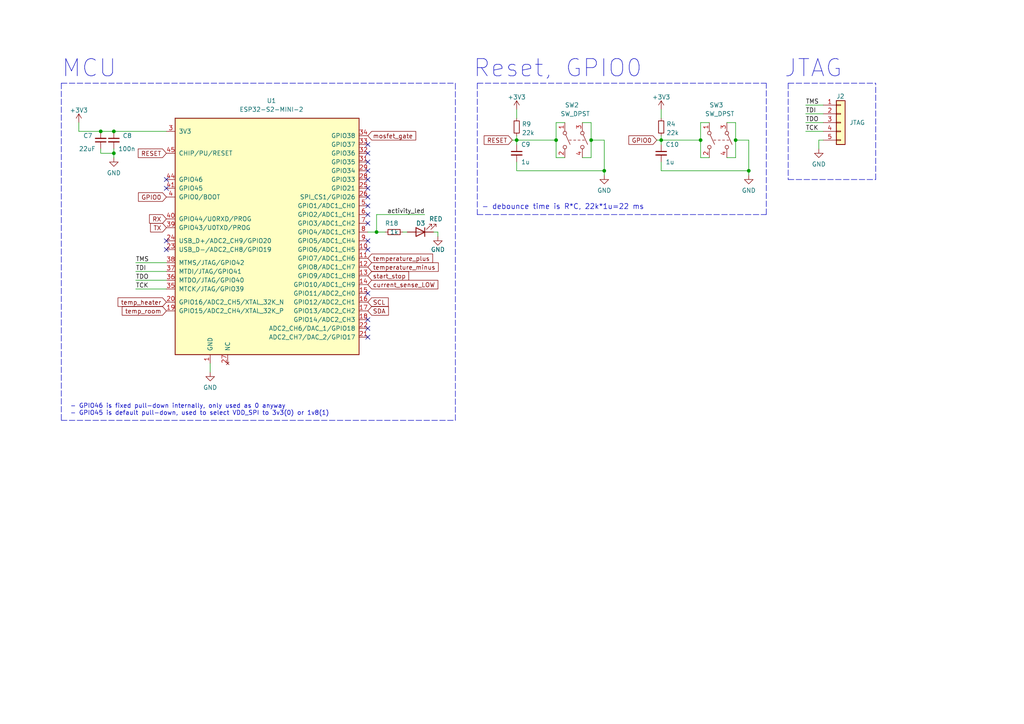
<source format=kicad_sch>
(kicad_sch (version 20211123) (generator eeschema)
  (paper "A4")
  (lib_symbols
    (symbol "Connector_Generic:Conn_01x05" (pin_names (offset 1.016) hide)
      (property "Reference" "J" (at 0 7.62 0))
      (property "Value" "Conn_01x05" (at 0 -7.62 0))
      (symbol "Conn_01x05_1_1"
        (rectangle (start -1.27 -4.953) (end 0 -5.207) (stroke (width 0.1524)))
        (rectangle (start -1.27 -2.413) (end 0 -2.667) (stroke (width 0.1524)))
        (rectangle (start -1.27 0.127) (end 0 -0.127) (stroke (width 0.1524)))
        (rectangle (start -1.27 2.667) (end 0 2.413) (stroke (width 0.1524)))
        (rectangle (start -1.27 5.207) (end 0 4.953) (stroke (width 0.1524)))
        (rectangle (start -1.27 6.35) (end 1.27 -6.35) (stroke (width 0.254)) (fill (type background)))
        (pin passive line (at -5.08 5.08 0) (length 3.81) (name "Pin_1") (number "1"))
        (pin passive line (at -5.08 2.54 0) (length 3.81) (name "Pin_2") (number "2"))
        (pin passive line (at -5.08 0 0) (length 3.81) (name "Pin_3") (number "3"))
        (pin passive line (at -5.08 -2.54 0) (length 3.81) (name "Pin_4") (number "4"))
        (pin passive line (at -5.08 -5.08 0) (length 3.81) (name "Pin_5") (number "5"))
      )
    )
    (symbol "Device:C_Small" (pin_numbers hide) (pin_names (offset 0.254) hide)
      (property "Reference" "C" (at 0.254 1.778 0))
      (property "Value" "C_Small" (at 0.254 -2.032 0))
      (symbol "C_Small_0_1"
        (polyline (pts (xy -1.524 -0.508) (xy 1.524 -0.508)) (stroke (width 0.3302)))
        (polyline (pts (xy -1.524 0.508) (xy 1.524 0.508)) (stroke (width 0.3048)))
      )
      (symbol "C_Small_1_1"
        (pin passive line (at 0 2.54 270) (length 2.032) (name "~") (number "1"))
        (pin passive line (at 0 -2.54 90) (length 2.032) (name "~") (number "2"))
      )
    )
    (symbol "Device:LED" (pin_numbers hide) (pin_names (offset 1.016) hide)
      (property "Reference" "D" (at 0 2.54 0))
      (property "Value" "LED" (at 0 -2.54 0))
      (symbol "LED_0_1"
        (polyline (pts (xy -1.27 -1.27) (xy -1.27 1.27)) (stroke (width 0.254)))
        (polyline (pts (xy -1.27 0) (xy 1.27 0)))
        (polyline (pts (xy 1.27 -1.27) (xy 1.27 1.27) (xy -1.27 0) (xy 1.27 -1.27)) (stroke (width 0.254)))
        (polyline (pts (xy -3.048 -0.762) (xy -4.572 -2.286) (xy -3.81 -2.286) (xy -4.572 -2.286) (xy -4.572 -1.524)))
        (polyline (pts (xy -1.778 -0.762) (xy -3.302 -2.286) (xy -2.54 -2.286) (xy -3.302 -2.286) (xy -3.302 -1.524)))
      )
      (symbol "LED_1_1"
        (pin passive line (at -3.81 0 0) (length 2.54) (name "K") (number "1"))
        (pin passive line (at 3.81 0 180) (length 2.54) (name "A") (number "2"))
      )
    )
    (symbol "Device:R_Small" (pin_numbers hide) (pin_names (offset 0.254) hide)
      (property "Reference" "R" (at 0.762 0.508 0))
      (property "Value" "R_Small" (at 0.762 -1.016 0))
      (symbol "R_Small_0_1"
        (rectangle (start -0.762 1.778) (end 0.762 -1.778) (stroke (width 0.2032)))
      )
      (symbol "R_Small_1_1"
        (pin passive line (at 0 2.54 270) (length 0.762) (name "~") (number "1"))
        (pin passive line (at 0 -2.54 90) (length 0.762) (name "~") (number "2"))
      )
    )
    (symbol "Espressif:ESP32-S2-MINI-1" (pin_names (offset 1.016))
      (property "Reference" "U" (at -10.16 38.1 0))
      (property "Value" "ESP32-S2-MINI-1" (at -10.16 35.56 0))
      (symbol "ESP32-S2-MINI-1_0_0"
        (pin power_in line (at -19.05 -36.83 90) (length 2.54) (name "GND") (number "1"))
        (pin passive line (at -19.05 -36.83 90) (length 2.54) hide (name "GND") (number "43"))
        (pin input line (at -31.75 16.51 0) (length 2.54) (name "GPIO46") (number "44"))
        (pin bidirectional line (at -31.75 24.13 0) (length 2.54) (name "CHIP/PU/RESET") (number "45"))
        (pin passive line (at -19.05 -36.83 90) (length 2.54) hide (name "GND") (number "46"))
        (pin passive line (at -19.05 -36.83 90) (length 2.54) hide (name "GND") (number "47"))
        (pin passive line (at -19.05 -36.83 90) (length 2.54) hide (name "GND") (number "48"))
        (pin passive line (at -19.05 -36.83 90) (length 2.54) hide (name "GND") (number "49"))
        (pin passive line (at -19.05 -36.83 90) (length 2.54) hide (name "GND") (number "50"))
        (pin passive line (at -19.05 -36.83 90) (length 2.54) hide (name "GND") (number "51"))
        (pin passive line (at -19.05 -36.83 90) (length 2.54) hide (name "GND") (number "52"))
        (pin passive line (at -19.05 -36.83 90) (length 2.54) hide (name "GND") (number "53"))
        (pin passive line (at -19.05 -36.83 90) (length 2.54) hide (name "GND") (number "54"))
        (pin passive line (at -19.05 -36.83 90) (length 2.54) hide (name "GND") (number "55"))
        (pin passive line (at -19.05 -36.83 90) (length 2.54) hide (name "GND") (number "56"))
        (pin passive line (at -19.05 -36.83 90) (length 2.54) hide (name "GND") (number "57"))
        (pin passive line (at -19.05 -36.83 90) (length 2.54) hide (name "GND") (number "58"))
        (pin passive line (at -19.05 -36.83 90) (length 2.54) hide (name "GND") (number "59"))
        (pin passive line (at -19.05 -36.83 90) (length 2.54) hide (name "GND") (number "60"))
        (pin passive line (at -19.05 -36.83 90) (length 2.54) hide (name "GND") (number "61"))
        (pin passive line (at -19.05 -36.83 90) (length 2.54) hide (name "GND") (number "62"))
        (pin passive line (at -19.05 -36.83 90) (length 2.54) hide (name "GND") (number "63"))
        (pin passive line (at -19.05 -36.83 90) (length 2.54) hide (name "GND") (number "64"))
        (pin passive line (at -19.05 -36.83 90) (length 2.54) hide (name "GND") (number "65"))
      )
      (symbol "ESP32-S2-MINI-1_1_1"
        (rectangle (start -29.21 34.29) (end 24.13 -34.29) (stroke (width 0.254)) (fill (type background)))
        (pin bidirectional line (at 26.67 -3.81 180) (length 2.54) (name "GPIO6/ADC1_CH5") (number "10"))
        (pin bidirectional line (at 26.67 -6.35 180) (length 2.54) (name "GPIO7/ADC1_CH6") (number "11"))
        (pin bidirectional line (at 26.67 -8.89 180) (length 2.54) (name "GPIO8/ADC1_CH7") (number "12"))
        (pin bidirectional line (at 26.67 -11.43 180) (length 2.54) (name "GPIO9/ADC1_CH8") (number "13"))
        (pin bidirectional line (at 26.67 -13.97 180) (length 2.54) (name "GPIO10/ADC1_CH9") (number "14"))
        (pin bidirectional line (at 26.67 -16.51 180) (length 2.54) (name "GPIO11/ADC2_CH0") (number "15"))
        (pin bidirectional line (at 26.67 -19.05 180) (length 2.54) (name "GPIO12/ADC2_CH1") (number "16"))
        (pin bidirectional line (at 26.67 -21.59 180) (length 2.54) (name "GPIO13/ADC2_CH2") (number "17"))
        (pin bidirectional line (at 26.67 -24.13 180) (length 2.54) (name "GPIO14/ADC2_CH3") (number "18"))
        (pin bidirectional line (at -31.75 -21.59 0) (length 2.54) (name "GPIO15/ADC2_CH4/XTAL_32K_P") (number "19"))
        (pin passive line (at -19.05 -36.83 90) (length 2.54) hide (name "GND") (number "2"))
        (pin bidirectional line (at -31.75 -19.05 0) (length 2.54) (name "GPIO16/ADC2_CH5/XTAL_32K_N") (number "20"))
        (pin bidirectional line (at 26.67 -29.21 180) (length 2.54) (name "ADC2_CH7/DAC_2/GPIO17") (number "21"))
        (pin bidirectional line (at 26.67 -26.67 180) (length 2.54) (name "ADC2_CH6/DAC_1/GPIO18") (number "22"))
        (pin bidirectional line (at -31.75 -3.81 0) (length 2.54) (name "USB_D-/ADC2_CH8/GPIO19") (number "23"))
        (pin bidirectional line (at -31.75 -1.27 0) (length 2.54) (name "USB_D+/ADC2_CH9/GPIO20") (number "24"))
        (pin bidirectional line (at 26.67 13.97 180) (length 2.54) (name "GPIO21") (number "25"))
        (pin bidirectional line (at 26.67 11.43 180) (length 2.54) (name "SPI_CS1/GPIO26") (number "26"))
        (pin no_connect line (at -13.97 -36.83 90) (length 2.54) (name "NC") (number "27"))
        (pin bidirectional line (at 26.67 16.51 180) (length 2.54) (name "GPIO33") (number "28"))
        (pin bidirectional line (at 26.67 19.05 180) (length 2.54) (name "GPIO34") (number "29"))
        (pin power_in line (at -31.75 30.48 0) (length 2.54) (name "3V3") (number "3"))
        (pin passive line (at -19.05 -36.83 90) (length 2.54) hide (name "GND") (number "30"))
        (pin bidirectional line (at 26.67 21.59 180) (length 2.54) (name "GPIO35") (number "31"))
        (pin bidirectional line (at 26.67 24.13 180) (length 2.54) (name "GPIO36") (number "32"))
        (pin bidirectional line (at 26.67 26.67 180) (length 2.54) (name "GPIO37") (number "33"))
        (pin bidirectional line (at 26.67 29.21 180) (length 2.54) (name "GPIO38") (number "34"))
        (pin bidirectional line (at -31.75 -15.24 0) (length 2.54) (name "MTCK/JTAG/GPIO39") (number "35"))
        (pin bidirectional line (at -31.75 -12.7 0) (length 2.54) (name "MTDO/JTAG/GPIO40") (number "36"))
        (pin bidirectional line (at -31.75 -10.16 0) (length 2.54) (name "MTDI/JTAG/GPIO41") (number "37"))
        (pin bidirectional line (at -31.75 -7.62 0) (length 2.54) (name "MTMS/JTAG/GPIO42") (number "38"))
        (pin bidirectional line (at -31.75 2.54 0) (length 2.54) (name "GPIO43/U0TXD/PROG") (number "39"))
        (pin bidirectional line (at -31.75 11.43 0) (length 2.54) (name "GPIO0/BOOT") (number "4"))
        (pin bidirectional line (at -31.75 5.08 0) (length 2.54) (name "GPIO44/U0RXD/PROG") (number "40"))
        (pin bidirectional line (at -31.75 13.97 0) (length 2.54) (name "GPIO45") (number "41"))
        (pin passive line (at -19.05 -36.83 90) (length 2.54) hide (name "GND") (number "42"))
        (pin bidirectional line (at 26.67 8.89 180) (length 2.54) (name "GPIO1/ADC1_CH0") (number "5"))
        (pin bidirectional line (at 26.67 6.35 180) (length 2.54) (name "GPIO2/ADC1_CH1") (number "6"))
        (pin bidirectional line (at 26.67 3.81 180) (length 2.54) (name "GPIO3/ADC1_CH2") (number "7"))
        (pin bidirectional line (at 26.67 1.27 180) (length 2.54) (name "GPIO4/ADC1_CH3") (number "8"))
        (pin bidirectional line (at 26.67 -1.27 180) (length 2.54) (name "GPIO5/ADC1_CH4") (number "9"))
      )
    )
    (symbol "Switch:SW_DPST" (pin_names (offset 0) hide)
      (property "Reference" "SW" (at 0 5.08 0))
      (property "Value" "SW_DPST" (at 0 -5.08 0))
      (symbol "SW_DPST_0_0"
        (circle (center -2.032 -2.54) (radius 0.508))
        (circle (center -2.032 2.54) (radius 0.508))
        (polyline (pts (xy -1.524 -2.286) (xy 1.27 -1.016)))
        (polyline (pts (xy -1.524 2.794) (xy 1.27 4.064)))
        (polyline (pts (xy 0 -1.27) (xy 0 -0.635)))
        (polyline (pts (xy 0 0) (xy 0 0.635)))
        (polyline (pts (xy 0 1.27) (xy 0 1.905)))
        (polyline (pts (xy 0 2.54) (xy 0 3.175)))
        (circle (center 2.032 -2.54) (radius 0.508))
        (circle (center 2.032 2.54) (radius 0.508))
      )
      (symbol "SW_DPST_1_1"
        (pin passive line (at -5.08 -2.54 0) (length 2.54) (name "1") (number "1"))
        (pin passive line (at 5.08 -2.54 180) (length 2.54) (name "2") (number "2"))
        (pin passive line (at -5.08 2.54 0) (length 2.54) (name "3") (number "3"))
        (pin passive line (at 5.08 2.54 180) (length 2.54) (name "4") (number "4"))
      )
    )
    (symbol "power:+3.3V" (power) (pin_names (offset 0))
      (property "Value" "+3.3V" (at 0 3.556 0))
      (symbol "+3.3V_0_1"
        (polyline (pts (xy -0.762 1.27) (xy 0 2.54)))
        (polyline (pts (xy 0 0) (xy 0 2.54)))
        (polyline (pts (xy 0 2.54) (xy 0.762 1.27)))
      )
      (symbol "+3.3V_1_1"
        (pin power_in line (at 0 0 90) (length 0) hide (name "+3V3") (number "1"))
      )
    )
    (symbol "power:GND" (power) (pin_names (offset 0))
      (property "Value" "GND" (at 0 -3.81 0))
      (symbol "GND_0_1"
        (polyline (pts (xy 0 0) (xy 0 -1.27) (xy 1.27 -1.27) (xy 0 -2.54) (xy -1.27 -1.27) (xy 0 -1.27)))
      )
      (symbol "GND_1_1"
        (pin power_in line (at 0 0 270) (length 0) hide (name "GND") (number "1"))
      )
    )
  )
  (junction (at 161.29 40.64))
  (junction (at 149.86 40.64))
  (junction (at 109.22 67.31))
  (junction (at 33.02 44.45))
  (junction (at 33.02 38.1))
  (junction (at 203.2 40.64))
  (junction (at 175.26 49.53))
  (junction (at 171.45 40.64))
  (junction (at 213.36 40.64))
  (junction (at 217.17 49.53))
  (junction (at 191.77 40.64))
  (junction (at 29.21 38.1))
  (no_connect (at 106.68 59.69))
  (no_connect (at 106.68 54.61))
  (no_connect (at 106.68 69.85))
  (no_connect (at 48.26 54.61))
  (no_connect (at 48.26 52.07))
  (no_connect (at 48.26 69.85))
  (no_connect (at 106.68 64.77))
  (no_connect (at 106.68 85.09))
  (no_connect (at 106.68 52.07))
  (no_connect (at 106.68 41.91))
  (no_connect (at 106.68 44.45))
  (no_connect (at 106.68 97.79))
  (no_connect (at 106.68 72.39))
  (no_connect (at 48.26 72.39))
  (no_connect (at 106.68 95.25))
  (no_connect (at 106.68 92.71))
  (no_connect (at 106.68 49.53))
  (no_connect (at 106.68 46.99))
  (no_connect (at 106.68 57.15))
  (no_connect (at 106.68 62.23))
  (wire (pts (xy 60.96 105.41) (xy 60.96 107.95)))
  (wire (pts (xy 116.84 67.31) (xy 118.11 67.31)))
  (wire (pts (xy 238.76 38.1) (xy 233.68 38.1)))
  (wire (pts (xy 175.26 40.64) (xy 175.26 49.53)))
  (wire (pts (xy 191.77 40.64) (xy 191.77 41.91)))
  (polyline (pts (xy 228.6 24.13) (xy 254 24.13)))
  (wire (pts (xy 33.02 44.45) (xy 33.02 45.72)))
  (wire (pts (xy 203.2 40.64) (xy 203.2 45.72)))
  (wire (pts (xy 149.86 40.64) (xy 149.86 41.91)))
  (wire (pts (xy 238.76 40.64) (xy 237.49 40.64)))
  (wire (pts (xy 39.37 81.28) (xy 48.26 81.28)))
  (wire (pts (xy 210.82 35.56) (xy 213.36 35.56)))
  (polyline (pts (xy 17.78 121.92) (xy 132.08 121.92)))
  (wire (pts (xy 149.86 31.75) (xy 149.86 34.29)))
  (wire (pts (xy 161.29 40.64) (xy 161.29 45.72)))
  (wire (pts (xy 33.02 38.1) (xy 29.21 38.1)))
  (wire (pts (xy 127 67.31) (xy 127 68.58)))
  (polyline (pts (xy 132.08 121.92) (xy 132.08 24.13)))
  (wire (pts (xy 213.36 35.56) (xy 213.36 40.64)))
  (wire (pts (xy 29.21 43.18) (xy 29.21 44.45)))
  (wire (pts (xy 29.21 38.1) (xy 22.86 38.1)))
  (wire (pts (xy 175.26 50.8) (xy 175.26 49.53)))
  (wire (pts (xy 217.17 50.8) (xy 217.17 49.53)))
  (wire (pts (xy 149.86 39.37) (xy 149.86 40.64)))
  (wire (pts (xy 237.49 40.64) (xy 237.49 43.18)))
  (polyline (pts (xy 254 52.07) (xy 254 24.13)))
  (wire (pts (xy 171.45 35.56) (xy 171.45 40.64)))
  (wire (pts (xy 233.68 30.48) (xy 238.76 30.48)))
  (wire (pts (xy 109.22 62.23) (xy 123.19 62.23)))
  (polyline (pts (xy 138.43 24.13) (xy 222.25 24.13)))
  (polyline (pts (xy 17.78 24.13) (xy 132.08 24.13)))
  (polyline (pts (xy 138.43 24.13) (xy 138.43 62.23)))
  (wire (pts (xy 33.02 43.18) (xy 33.02 44.45)))
  (wire (pts (xy 210.82 45.72) (xy 213.36 45.72)))
  (wire (pts (xy 168.91 45.72) (xy 171.45 45.72)))
  (wire (pts (xy 106.68 67.31) (xy 109.22 67.31)))
  (wire (pts (xy 149.86 46.99) (xy 149.86 49.53)))
  (wire (pts (xy 39.37 83.82) (xy 48.26 83.82)))
  (wire (pts (xy 171.45 40.64) (xy 175.26 40.64)))
  (wire (pts (xy 238.76 33.02) (xy 233.68 33.02)))
  (wire (pts (xy 168.91 35.56) (xy 171.45 35.56)))
  (wire (pts (xy 171.45 40.64) (xy 171.45 45.72)))
  (wire (pts (xy 191.77 49.53) (xy 217.17 49.53)))
  (wire (pts (xy 109.22 67.31) (xy 109.22 62.23)))
  (polyline (pts (xy 228.6 52.07) (xy 254 52.07)))
  (wire (pts (xy 149.86 40.64) (xy 161.29 40.64)))
  (wire (pts (xy 238.76 35.56) (xy 233.68 35.56)))
  (wire (pts (xy 205.74 35.56) (xy 203.2 35.56)))
  (wire (pts (xy 190.5 40.64) (xy 191.77 40.64)))
  (polyline (pts (xy 222.25 62.23) (xy 222.25 24.13)))
  (wire (pts (xy 149.86 49.53) (xy 175.26 49.53)))
  (wire (pts (xy 39.37 76.2) (xy 48.26 76.2)))
  (wire (pts (xy 217.17 40.64) (xy 217.17 49.53)))
  (wire (pts (xy 203.2 35.56) (xy 203.2 40.64)))
  (wire (pts (xy 163.83 45.72) (xy 161.29 45.72)))
  (wire (pts (xy 39.37 78.74) (xy 48.26 78.74)))
  (wire (pts (xy 213.36 40.64) (xy 217.17 40.64)))
  (wire (pts (xy 109.22 67.31) (xy 111.76 67.31)))
  (wire (pts (xy 191.77 40.64) (xy 203.2 40.64)))
  (wire (pts (xy 191.77 39.37) (xy 191.77 40.64)))
  (wire (pts (xy 48.26 38.1) (xy 33.02 38.1)))
  (wire (pts (xy 148.59 40.64) (xy 149.86 40.64)))
  (wire (pts (xy 191.77 46.99) (xy 191.77 49.53)))
  (wire (pts (xy 163.83 35.56) (xy 161.29 35.56)))
  (wire (pts (xy 22.86 35.56) (xy 22.86 38.1)))
  (wire (pts (xy 125.73 67.31) (xy 127 67.31)))
  (wire (pts (xy 205.74 45.72) (xy 203.2 45.72)))
  (wire (pts (xy 29.21 44.45) (xy 33.02 44.45)))
  (polyline (pts (xy 228.6 24.13) (xy 228.6 52.07)))
  (polyline (pts (xy 138.43 62.23) (xy 222.25 62.23)))
  (wire (pts (xy 191.77 31.75) (xy 191.77 34.29)))
  (wire (pts (xy 213.36 40.64) (xy 213.36 45.72)))
  (wire (pts (xy 161.29 35.56) (xy 161.29 40.64)))
  (polyline (pts (xy 17.78 24.13) (xy 17.78 121.92)))
  (text "Reset, GPIO0" (at 137.16 22.86 0) (effects (font (size 5 5)) (justify left bottom)))
  (text "JTAG" (at 227.33 22.86 0) (effects (font (size 5 5)) (justify left bottom)))
  (text "- debounce time is R*C, 22k*1u=22 ms" (at 139.7 60.96 0) (effects (font (size 1.5 1.5)) (justify left bottom)))
  (text "- GPIO46 is fixed pull-down internally, only used as 0 anyway\n- GPIO45 is default pull-down, used to select VDD_SPI to 3v3(0) or 1v8(1)" (at 20.32 120.65 0) (effects (font (size 1.27 1.27)) (justify left bottom)))
  (text "MCU" (at 17.78 22.86 0) (effects (font (size 5 5)) (justify left bottom)))
  (label "activity_led" (at 123.19 62.23 180))
  (label "TDI" (at 233.68 33.02 0))
  (label "TCK" (at 39.37 83.82 0))
  (label "TDO" (at 233.68 35.56 0))
  (label "TDI" (at 39.37 78.74 0))
  (label "TMS" (at 39.37 76.2 0))
  (label "TDO" (at 39.37 81.28 0))
  (label "TMS" (at 233.68 30.48 0))
  (label "TCK" (at 233.68 38.1 0))
  (global_label "GPIO0" (shape input) (at 190.5 40.64 180) (property "Intersheet References" "${INTERSHEET_REFS}" (effects hide)))
  (global_label "RX" (shape input) (at 48.26 63.5 180) (property "Intersheet References" "${INTERSHEET_REFS}" (effects hide)))
  (global_label "GPIO0" (shape input) (at 48.26 57.15 180) (property "Intersheet References" "${INTERSHEET_REFS}" (effects hide)))
  (global_label "RESET" (shape input) (at 148.59 40.64 180) (property "Intersheet References" "${INTERSHEET_REFS}" (effects hide)))
  (global_label "SDA" (shape input) (at 106.68 90.17 0) (property "Intersheet References" "${INTERSHEET_REFS}" (effects hide)))
  (global_label "RESET" (shape input) (at 48.26 44.45 180) (property "Intersheet References" "${INTERSHEET_REFS}" (effects hide)))
  (global_label "mosfet_gate" (shape input) (at 106.68 39.37 0) (property "Intersheet References" "${INTERSHEET_REFS}" (effects hide)))
  (global_label "current_sense_LOW" (shape input) (at 106.68 82.55 0) (property "Intersheet References" "${INTERSHEET_REFS}" (effects hide)))
  (global_label "temperature_plus" (shape input) (at 106.68 74.93 0) (property "Intersheet References" "${INTERSHEET_REFS}" (effects hide)))
  (global_label "temp_heater" (shape input) (at 48.26 87.63 180) (property "Intersheet References" "${INTERSHEET_REFS}" (effects hide)))
  (global_label "temp_room" (shape input) (at 48.26 90.17 180) (property "Intersheet References" "${INTERSHEET_REFS}" (effects hide)))
  (global_label "TX" (shape input) (at 48.26 66.04 180) (property "Intersheet References" "${INTERSHEET_REFS}" (effects hide)))
  (global_label "start_stop" (shape input) (at 106.68 80.01 0) (property "Intersheet References" "${INTERSHEET_REFS}" (effects hide)))
  (global_label "temperature_minus" (shape input) (at 106.68 77.47 0) (property "Intersheet References" "${INTERSHEET_REFS}" (effects hide)))
  (global_label "SCL" (shape input) (at 106.68 87.63 0) (property "Intersheet References" "${INTERSHEET_REFS}" (effects hide)))
  (symbol (lib_id "power:GND") (at 127 68.58 0) (unit 1)
    (property "Reference" "#PWR0124" (effects hide))
    (property "Value" "GND" (at 127 72.39 0))
  )
  (symbol (lib_id "power:GND") (at 33.02 45.72 0) (unit 1)
    (property "Reference" "#PWR0112" (effects hide))
    (property "Value" "GND" (at 33.02 50.1634 0))
  )
  (symbol (lib_id "Espressif:ESP32-S2-MINI-1") (at 80.01 68.58 0) (unit 1)
    (property "Reference" "U1" (at 78.74 29.2131 0))
    (property "Value" "ESP32-S2-MINI-2" (at 78.74 31.75 0))
    (property "Footprint" "Espressif:ESP32-S2-MINI-1" (effects hide))
    (property "Datasheet" "https://www.espressif.com/sites/default/files/documentation/esp32-s2-mini-1_esp32-s2-mini-1u_datasheet_en.pdf" (effects hide))
  )
  (symbol (lib_id "power:GND") (at 217.17 50.8 0) (unit 1)
    (property "Reference" "#PWR0110" (effects hide))
    (property "Value" "GND" (at 217.17 55.2434 0))
  )
  (symbol (lib_id "power:+3.3V") (at 191.77 31.75 0) (unit 1)
    (property "Reference" "#PWR0109" (effects hide))
    (property "Value" "+3.3V" (at 191.77 28.1742 0))
  )
  (symbol (lib_id "Switch:SW_DPST") (at 166.37 40.64 270) (unit 1)
    (property "Reference" "SW2" (at 163.83 30.48 90) (effects (justify left)))
    (property "Value" "SW_DPST" (at 162.56 33.02 90) (effects (justify left)))
    (property "Footprint" "SKRPACE010:SW_SKRPACE010" (effects hide))
  )
  (symbol (lib_id "Switch:SW_DPST") (at 208.28 40.64 270) (unit 1)
    (property "Reference" "SW3" (at 205.74 30.48 90) (effects (justify left)))
    (property "Value" "SW_DPST" (at 204.47 33.02 90) (effects (justify left)))
    (property "Footprint" "SKRPACE010:SW_SKRPACE010" (effects hide))
  )
  (symbol (lib_id "Connector_Generic:Conn_01x05") (at 243.84 35.56 0) (unit 1)
    (property "Reference" "J2" (at 242.57 27.94 0) (effects (justify left)))
    (property "Value" "JTAG" (at 246.38 35.56 0) (effects (justify left)))
    (property "Footprint" "Connector_PinHeader_2.54mm:PinHeader_1x05_P2.54mm_Vertical" (effects hide))
  )
  (symbol (lib_id "power:GND") (at 60.96 107.95 0) (unit 1)
    (property "Reference" "#PWR0111" (effects hide))
    (property "Value" "GND" (at 60.96 112.3934 0))
  )
  (symbol (lib_id "Device:R_Small") (at 149.86 36.83 0) (unit 1)
    (property "Reference" "R9" (at 151.3586 35.9953 0) (effects (justify left)))
    (property "Value" "22k" (at 151.3586 38.5322 0) (effects (justify left)))
    (property "Footprint" "Resistor_SMD:R_0603_1608Metric" (effects hide))
  )
  (symbol (lib_id "Device:R_Small") (at 191.77 36.83 0) (unit 1)
    (property "Reference" "R4" (at 193.2686 35.9953 0) (effects (justify left)))
    (property "Value" "22k" (at 193.2686 38.5322 0) (effects (justify left)))
    (property "Footprint" "Resistor_SMD:R_0603_1608Metric" (effects hide))
  )
  (symbol (lib_id "Device:R_Small") (at 114.3 67.31 90) (unit 1)
    (property "Reference" "R18" (at 115.57 64.77 90) (effects (justify left)))
    (property "Value" "1k" (at 115.57 67.31 90) (effects (justify left)))
    (property "Footprint" "Resistor_SMD:R_0603_1608Metric" (effects hide))
  )
  (symbol (lib_id "Device:C_Small") (at 33.02 40.64 0) (unit 1)
    (property "Reference" "C8" (at 35.56 39.37 0) (effects (justify left)))
    (property "Value" "100n" (at 34.29 43.18 0) (effects (justify left)))
    (property "Footprint" "Capacitor_SMD:C_0603_1608Metric" (effects hide))
  )
  (symbol (lib_id "Device:C_Small") (at 191.77 44.45 0) (unit 1)
    (property "Reference" "C10" (at 193.04 41.91 0) (effects (justify left)))
    (property "Value" "1u" (at 193.04 46.99 0) (effects (justify left)))
    (property "Footprint" "Capacitor_SMD:C_0603_1608Metric" (effects hide))
  )
  (symbol (lib_id "Device:LED") (at 121.92 67.31 180) (unit 1)
    (property "Reference" "D3" (at 120.65 64.77 0) (effects (justify right)))
    (property "Value" "RED" (at 124.46 63.5 0) (effects (justify right)))
    (property "Footprint" "LED_SMD:LED_0603_1608Metric" (effects hide))
  )
  (symbol (lib_id "Device:C_Small") (at 29.21 40.64 180) (unit 1)
    (property "Reference" "C7" (at 24.13 39.37 0) (effects (justify right)))
    (property "Value" "22uF" (at 22.86 43.18 0) (effects (justify right)))
    (property "Footprint" "Capacitor_SMD:C_0603_1608Metric" (effects hide))
  )
  (symbol (lib_id "power:+3.3V") (at 22.86 35.56 0) (unit 1)
    (property "Reference" "#PWR0116" (effects hide))
    (property "Value" "+3.3V" (at 22.86 31.9842 0))
  )
  (symbol (lib_id "power:+3.3V") (at 149.86 31.75 0) (unit 1)
    (property "Reference" "#PWR0117" (effects hide))
    (property "Value" "+3.3V" (at 149.86 28.1742 0))
  )
  (symbol (lib_id "power:GND") (at 237.49 43.18 0) (unit 1)
    (property "Reference" "#PWR0119" (effects hide))
    (property "Value" "GND" (at 237.49 47.6234 0))
  )
  (symbol (lib_id "power:GND") (at 175.26 50.8 0) (unit 1)
    (property "Reference" "#PWR0118" (effects hide))
    (property "Value" "GND" (at 175.26 55.2434 0))
  )
  (symbol (lib_id "Device:C_Small") (at 149.86 44.45 0) (unit 1)
    (property "Reference" "C9" (at 151.13 41.91 0) (effects (justify left)))
    (property "Value" "1u" (at 151.13 46.99 0) (effects (justify left)))
    (property "Footprint" "Capacitor_SMD:C_0603_1608Metric" (effects hide))
  )
)
</source>
